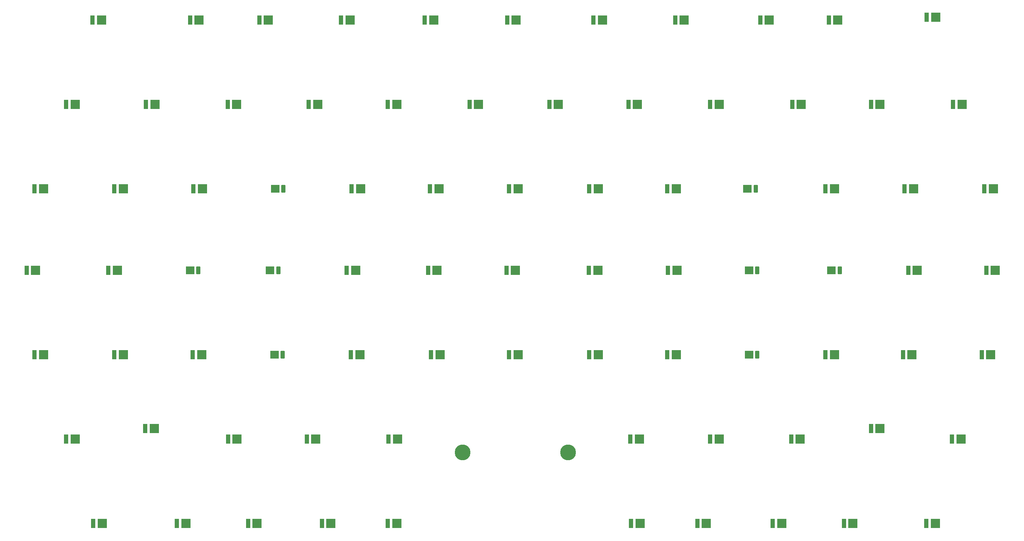
<source format=gbr>
%TF.GenerationSoftware,KiCad,Pcbnew,7.0.6-7.0.6~ubuntu22.04.1*%
%TF.CreationDate,2023-08-02T20:46:46-04:00*%
%TF.ProjectId,AG_HARVEST_LED,41475f48-4152-4564-9553-545f4c45442e,rev?*%
%TF.SameCoordinates,Original*%
%TF.FileFunction,Paste,Top*%
%TF.FilePolarity,Positive*%
%FSLAX46Y46*%
G04 Gerber Fmt 4.6, Leading zero omitted, Abs format (unit mm)*
G04 Created by KiCad (PCBNEW 7.0.6-7.0.6~ubuntu22.04.1) date 2023-08-02 20:46:46*
%MOMM*%
%LPD*%
G01*
G04 APERTURE LIST*
G04 Aperture macros list*
%AMRoundRect*
0 Rectangle with rounded corners*
0 $1 Rounding radius*
0 $2 $3 $4 $5 $6 $7 $8 $9 X,Y pos of 4 corners*
0 Add a 4 corners polygon primitive as box body*
4,1,4,$2,$3,$4,$5,$6,$7,$8,$9,$2,$3,0*
0 Add four circle primitives for the rounded corners*
1,1,$1+$1,$2,$3*
1,1,$1+$1,$4,$5*
1,1,$1+$1,$6,$7*
1,1,$1+$1,$8,$9*
0 Add four rect primitives between the rounded corners*
20,1,$1+$1,$2,$3,$4,$5,0*
20,1,$1+$1,$4,$5,$6,$7,0*
20,1,$1+$1,$6,$7,$8,$9,0*
20,1,$1+$1,$8,$9,$2,$3,0*%
G04 Aperture macros list end*
%ADD10R,2.180000X2.200000*%
%ADD11R,1.110000X2.200000*%
%ADD12RoundRect,0.100000X0.385000X0.850000X-0.385000X0.850000X-0.385000X-0.850000X0.385000X-0.850000X0*%
%ADD13RoundRect,0.100000X0.915000X0.850000X-0.915000X0.850000X-0.915000X-0.850000X0.915000X-0.850000X0*%
%ADD14C,3.810000*%
G04 APERTURE END LIST*
D10*
%TO.C,K36*%
X222885000Y-81915000D03*
D11*
X220740000Y-81915000D03*
%TD*%
D10*
%TO.C,W29*%
X261620000Y-101600000D03*
D11*
X259475000Y-101600000D03*
%TD*%
D10*
%TO.C,K9*%
X175895000Y-142240000D03*
D11*
X173750000Y-142240000D03*
%TD*%
D10*
%TO.C,W15*%
X32385000Y-121920000D03*
D11*
X30240000Y-121920000D03*
%TD*%
D10*
%TO.C,K26*%
X70485000Y-121920000D03*
D11*
X68340000Y-121920000D03*
%TD*%
D10*
%TO.C,K24*%
X78910000Y-61595000D03*
D11*
X76765000Y-61595000D03*
%TD*%
D10*
%TO.C,K35*%
X165975000Y-121920000D03*
D11*
X163830000Y-121920000D03*
%TD*%
D10*
%TO.C,K37*%
X222885000Y-121920000D03*
D11*
X220740000Y-121920000D03*
%TD*%
D10*
%TO.C,W24*%
X210185000Y-162560000D03*
D11*
X208040000Y-162560000D03*
%TD*%
D10*
%TO.C,K32*%
X146685000Y-121920000D03*
D11*
X144540000Y-121920000D03*
%TD*%
D10*
%TO.C,K18*%
X195115000Y-61595000D03*
D11*
X192970000Y-61595000D03*
%TD*%
D10*
%TO.C,W30*%
X261155000Y-81915000D03*
D11*
X259010000Y-81915000D03*
%TD*%
D10*
%TO.C,W26*%
X247185000Y-162560000D03*
D11*
X245040000Y-162560000D03*
%TD*%
D10*
%TO.C,W18*%
X66675000Y-162560000D03*
D11*
X64530000Y-162560000D03*
%TD*%
D10*
%TO.C,K4*%
X51605000Y-121920000D03*
D11*
X49460000Y-121920000D03*
%TD*%
D10*
%TO.C,K8*%
X117645000Y-142240000D03*
D11*
X115500000Y-142240000D03*
%TD*%
D10*
%TO.C,W13*%
X32385000Y-81915000D03*
D11*
X30240000Y-81915000D03*
%TD*%
D10*
%TO.C,K28*%
X127170000Y-101600000D03*
D11*
X125025000Y-101600000D03*
%TD*%
D10*
%TO.C,K16*%
X233850000Y-61595000D03*
D11*
X231705000Y-61595000D03*
%TD*%
D10*
%TO.C,K27*%
X127635000Y-81915000D03*
D11*
X125490000Y-81915000D03*
%TD*%
D10*
%TO.C,K23*%
X98425000Y-61595000D03*
D11*
X96280000Y-61595000D03*
%TD*%
D10*
%TO.C,K19*%
X175430000Y-61595000D03*
D11*
X173285000Y-61595000D03*
%TD*%
D10*
%TO.C,W20*%
X101600000Y-162560000D03*
D11*
X99455000Y-162560000D03*
%TD*%
D10*
%TO.C,W36*%
X184955000Y-101600000D03*
D11*
X182810000Y-101600000D03*
%TD*%
D12*
%TO.C,R2*%
X88965000Y-101600000D03*
D13*
X86965000Y-101600000D03*
%TD*%
D10*
%TO.C,W28*%
X260520000Y-121920000D03*
D11*
X258375000Y-121920000D03*
%TD*%
D10*
%TO.C,W10*%
X223690000Y-41275000D03*
D11*
X221545000Y-41275000D03*
%TD*%
D10*
%TO.C,W33*%
X107555000Y-101600000D03*
D11*
X105410000Y-101600000D03*
%TD*%
D10*
%TO.C,W9*%
X207180000Y-41275000D03*
D11*
X205035000Y-41275000D03*
%TD*%
D10*
%TO.C,K10*%
X195115000Y-142240000D03*
D11*
X192970000Y-142240000D03*
%TD*%
D12*
%TO.C,R5*%
X204295000Y-101600000D03*
D13*
X202295000Y-101600000D03*
%TD*%
D10*
%TO.C,W3*%
X86530000Y-41275000D03*
D11*
X84385000Y-41275000D03*
%TD*%
D10*
%TO.C,K7*%
X97960000Y-142240000D03*
D11*
X95815000Y-142240000D03*
%TD*%
D10*
%TO.C,K29*%
X127875000Y-121920000D03*
D11*
X125730000Y-121920000D03*
%TD*%
D10*
%TO.C,W27*%
X253365000Y-142240000D03*
D11*
X251220000Y-142240000D03*
%TD*%
D10*
%TO.C,K20*%
X156380000Y-61595000D03*
D11*
X154235000Y-61595000D03*
%TD*%
D10*
%TO.C,W31*%
X253605000Y-61595000D03*
D11*
X251460000Y-61595000D03*
%TD*%
D10*
%TO.C,W32*%
X108755000Y-81915000D03*
D11*
X106610000Y-81915000D03*
%TD*%
D12*
%TO.C,R4*%
X203900000Y-81915000D03*
D13*
X201900000Y-81915000D03*
%TD*%
D10*
%TO.C,W21*%
X117475000Y-162560000D03*
D11*
X115330000Y-162560000D03*
%TD*%
D10*
%TO.C,W5*%
X126365000Y-41275000D03*
D11*
X124220000Y-41275000D03*
%TD*%
D10*
%TO.C,K5*%
X59055000Y-139700000D03*
D11*
X56910000Y-139700000D03*
%TD*%
D10*
%TO.C,W11*%
X247255000Y-40640000D03*
D11*
X245110000Y-40640000D03*
%TD*%
D10*
%TO.C,W25*%
X227330000Y-162560000D03*
D11*
X225185000Y-162560000D03*
%TD*%
D10*
%TO.C,K15*%
X241935000Y-81915000D03*
D11*
X239790000Y-81915000D03*
%TD*%
D10*
%TO.C,W19*%
X83820000Y-162560000D03*
D11*
X81675000Y-162560000D03*
%TD*%
D10*
%TO.C,W8*%
X186690000Y-41275000D03*
D11*
X184545000Y-41275000D03*
%TD*%
D10*
%TO.C,K31*%
X146050000Y-101600000D03*
D11*
X143905000Y-101600000D03*
%TD*%
D10*
%TO.C,K17*%
X214870000Y-61595000D03*
D11*
X212725000Y-61595000D03*
%TD*%
D10*
%TO.C,W35*%
X184785000Y-81915000D03*
D11*
X182640000Y-81915000D03*
%TD*%
D10*
%TO.C,W4*%
X106215000Y-41275000D03*
D11*
X104070000Y-41275000D03*
%TD*%
D10*
%TO.C,K22*%
X117475000Y-61595000D03*
D11*
X115330000Y-61595000D03*
%TD*%
D10*
%TO.C,W22*%
X176065000Y-162560000D03*
D11*
X173920000Y-162560000D03*
%TD*%
D10*
%TO.C,W2*%
X69850000Y-41275000D03*
D11*
X67705000Y-41275000D03*
%TD*%
D10*
%TO.C,K34*%
X165905000Y-101600000D03*
D11*
X163760000Y-101600000D03*
%TD*%
D12*
%TO.C,R1*%
X90165000Y-81915000D03*
D13*
X88165000Y-81915000D03*
%TD*%
D10*
%TO.C,W14*%
X30480000Y-101600000D03*
D11*
X28335000Y-101600000D03*
%TD*%
D10*
%TO.C,W6*%
X146220000Y-41275000D03*
D11*
X144075000Y-41275000D03*
%TD*%
D10*
%TO.C,W37*%
X184785000Y-121920000D03*
D11*
X182640000Y-121920000D03*
%TD*%
D10*
%TO.C,K3*%
X50165000Y-101600000D03*
D11*
X48020000Y-101600000D03*
%TD*%
D10*
%TO.C,K2*%
X51605000Y-81915000D03*
D11*
X49460000Y-81915000D03*
%TD*%
D12*
%TO.C,B1*%
X69675000Y-101600000D03*
D13*
X67675000Y-101600000D03*
%TD*%
D10*
%TO.C,W23*%
X192010000Y-162560000D03*
D11*
X189865000Y-162560000D03*
%TD*%
D10*
%TO.C,W17*%
X46525000Y-162560000D03*
D11*
X44380000Y-162560000D03*
%TD*%
D14*
%TO.C,J1*%
X133350000Y-145415000D03*
X158750000Y-145415000D03*
%TD*%
D10*
%TO.C,K6*%
X78980000Y-142240000D03*
D11*
X76835000Y-142240000D03*
%TD*%
D10*
%TO.C,K12*%
X233850000Y-139700000D03*
D11*
X231705000Y-139700000D03*
%TD*%
D10*
%TO.C,W12*%
X40005000Y-61595000D03*
D11*
X37860000Y-61595000D03*
%TD*%
D10*
%TO.C,K21*%
X137160000Y-61595000D03*
D11*
X135015000Y-61595000D03*
%TD*%
D10*
%TO.C,K13*%
X241540000Y-121920000D03*
D11*
X239395000Y-121920000D03*
%TD*%
D10*
%TO.C,W16*%
X40005000Y-142240000D03*
D11*
X37860000Y-142240000D03*
%TD*%
D12*
%TO.C,R3*%
X89995000Y-121920000D03*
D13*
X87995000Y-121920000D03*
%TD*%
D10*
%TO.C,W34*%
X108585000Y-121920000D03*
D11*
X106440000Y-121920000D03*
%TD*%
D10*
%TO.C,K11*%
X214630000Y-142240000D03*
D11*
X212485000Y-142240000D03*
%TD*%
D10*
%TO.C,W1*%
X46355000Y-41275000D03*
D11*
X44210000Y-41275000D03*
%TD*%
D12*
%TO.C,B2*%
X224150000Y-101600000D03*
D13*
X222150000Y-101600000D03*
%TD*%
D10*
%TO.C,K25*%
X70655000Y-81915000D03*
D11*
X68510000Y-81915000D03*
%TD*%
D10*
%TO.C,W7*%
X167005000Y-41275000D03*
D11*
X164860000Y-41275000D03*
%TD*%
D12*
%TO.C,R6*%
X204295000Y-121920000D03*
D13*
X202295000Y-121920000D03*
%TD*%
D10*
%TO.C,K14*%
X242810000Y-101600000D03*
D11*
X240665000Y-101600000D03*
%TD*%
D10*
%TO.C,K33*%
X165975000Y-81915000D03*
D11*
X163830000Y-81915000D03*
%TD*%
D10*
%TO.C,K30*%
X146685000Y-81915000D03*
D11*
X144540000Y-81915000D03*
%TD*%
D10*
%TO.C,K1*%
X59225000Y-61595000D03*
D11*
X57080000Y-61595000D03*
%TD*%
M02*

</source>
